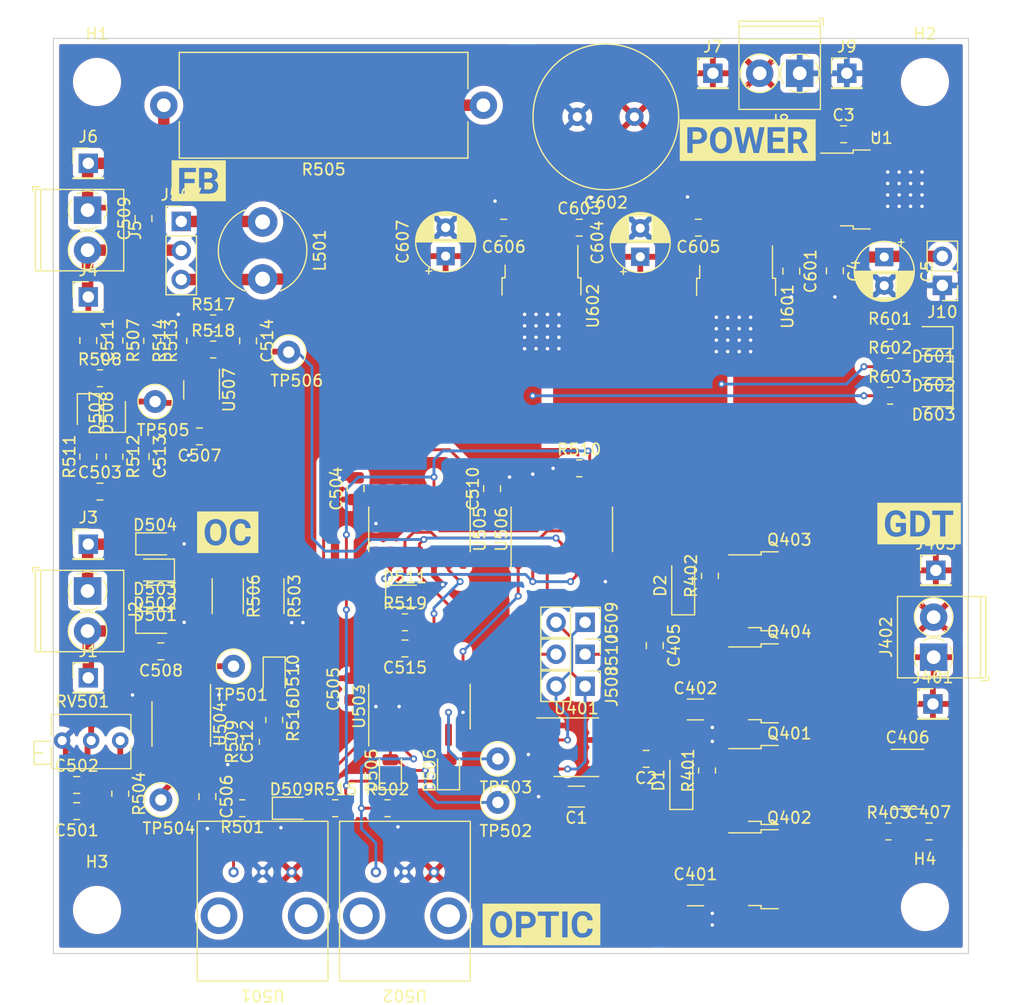
<source format=kicad_pcb>
(kicad_pcb (version 20211014) (generator pcbnew)
  (title_block (title "DRSSTC controller") (date "2023-03-07") (rev "0.2") (company "Politehnika"))
  (layers (0 "F.Cu" signal) (31 "B.Cu" signal) (34 "B.Paste" user) (35 "F.Paste" user) (36 "B.SilkS" user "B.Silkscreen") (37 "F.SilkS" user "F.Silkscreen") (38 "B.Mask" user) (39 "F.Mask" user) (44 "Edge.Cuts" user))
  (net 0 "")
  (net 1 "+9V")
  (net 2 "GND")
  (net 3 "/GDT_primary/TopSide_PGate")
  (net 4 "/GDT_primary/TopSide_NGate")
  (net 5 "VCC")
  (net 6 "+12V")
  (net 7 "/GDT_primary/BottomSide_PGate")
  (net 8 "Net-(C406-Pad1)")
  (net 9 "/GDT_primary/BottomSide_NGate")
  (net 10 "Net-(C407-Pad1)")
  (net 11 "+5V")
  (net 12 "Net-(C502-Pad2)")
  (net 13 "Net-(C508-Pad1)")
  (net 14 "Net-(C509-Pad1)")
  (net 15 "Net-(C509-Pad2)")
  (net 16 "Net-(C511-Pad2)")
  (net 17 "LED_overcurrent")
  (net 18 "Net-(C513-Pad1)")
  (net 19 "Net-(C514-Pad1)")
  (net 20 "Net-(C514-Pad2)")
  (net 21 "Net-(C515-Pad1)")
  (net 22 "Net-(D501-Pad2)")
  (net 23 "Net-(D503-Pad2)")
  (net 24 "LED_inteep")
  (net 25 "Net-(D505-Pad2)")
  (net 26 "Net-(D506-Pad2)")
  (net 27 "Net-(D507-Pad2)")
  (net 28 "Net-(D511-Pad1)")
  (net 29 "/GDT_primary/GDT_terminal_B")
  (net 30 "Net-(J507-Pad1)")
  (net 31 "Net-(J507-Pad3)")
  (net 32 "GDT_INB")
  (net 33 "GDT_INA")
  (net 34 "Net-(J510-Pad1)")
  (net 35 "Net-(J510-Pad2)")
  (net 36 "Net-(R501-Pad2)")
  (net 37 "Net-(R502-Pad1)")
  (net 38 "Net-(R504-Pad1)")
  (net 39 "Net-(R513-Pad2)")
  (net 40 "Net-(U503-Pad4)")
  (net 41 "Net-(U503-Pad8)")
  (net 42 "Net-(U503-Pad10)")
  (net 44 "Net-(U504-Pad5)")
  (net 45 "Net-(U505-Pad5)")
  (net 48 "Net-(U505-Pad9)")
  (net 50 "Net-(D509-Pad2)")
  (net 51 "Net-(D510-Pad2)")
  (net 52 "/Power_regulation/Vcc_LED")
  (net 53 "/Power_regulation/9V_LED")
  (net 54 "/Power_regulation/5V_LED")
  (net 55 "/GDT_primary/GDT_terminal_A")
  (footprint "OptoDevice:PLT135" (layer "F.Cu") (at 76.962 155.194 180)
    (fp_text reference "U502")
    (fp_text value "Optical_reciver")
  )
  (footprint "Resistor_SMD:R_0805_2012Metric" (layer "F.Cu") (at 49.276 118.8635 90)
    (fp_text reference "R511")
    (fp_text value "1k")
  )
  (footprint "Package_TO_SOT_SMD:TO-252-2" (layer "F.Cu") (at 110.573 147.573)
    (fp_text reference "Q401")
    (fp_text value "Q_PMOS_GDS")
  )
  (footprint "Diode_SMD:D_0805_2012Metric" (layer "F.Cu") (at 55.118 128.778 180)
    (fp_text reference "D503")
    (fp_text value "MBR0530")
  )
  (footprint "Capacitor_SMD:C_0805_2012Metric" (layer "F.Cu") (at 48.26 149.86 180)
    (fp_text reference "C501")
    (fp_text value "100n")
  )
  (footprint "TerminalBlock_Phoenix:TerminalBlock_Phoenix_PT-1,5-2-3.5-H_1x02_P3.50mm_Horizontal" (layer "F.Cu") (at 49.214 130.612 -90)
    (fp_text reference "J2")
    (fp_text value "Screw_Terminal_01x02")
  )
  (footprint "kibuzzard-64072E6F" (layer "F.Cu") (at 106.934 91.186)
    (fp_text reference "kibuzzard-64072E6F" hide)
    (fp_text value "G***" hide)
  )
  (footprint "Connector_PinHeader_2.54mm:PinHeader_1x02_P2.54mm_Vertical" (layer "F.Cu") (at 123.952 103.891 180)
    (fp_text reference "J10")
    (fp_text value "Conn_01x02_Male")
  )
  (footprint "MountingHole:MountingHole_3.2mm_M3" (layer "F.Cu") (at 122.428 86.106)
    (fp_text reference "H2")
    (fp_text value "MountingHole")
  )
  (footprint "Connector_PinHeader_2.54mm:PinHeader_1x02_P2.54mm_Vertical" (layer "F.Cu") (at 92.715 133.35 -90)
    (fp_text reference "J509")
    (fp_text value "Conn_01x02_Male")
  )
  (footprint "Diode_SMD:D_0805_2012Metric" (layer "F.Cu") (at 55.118 133.35)
    (fp_text reference "D502")
    (fp_text value "MBR0530")
  )
  (footprint "Capacitor_SMD:C_1206_3216Metric" (layer "F.Cu") (at 91.948 148.59 180)
    (fp_text reference "C1")
    (fp_text value "4.7u")
  )
  (footprint "Package_SO:SO-8_3.9x4.9mm_P1.27mm" (layer "F.Cu") (at 57.404 142.24 -90)
    (fp_text reference "U504")
    (fp_text value "LM311")
  )
  (footprint "Capacitor_THT:CP_Radial_D5.0mm_P2.50mm" (layer "F.Cu") (at 118.872 101.410888 -90)
    (fp_text reference "C5")
    (fp_text value "470u")
  )
  (footprint "Resistor_SMD:R_0805_2012Metric" (layer "F.Cu") (at 92.202 119.888)
    (fp_text reference "R510")
    (fp_text value "1k")
  )
  (footprint "Resistor_SMD:R_0805_2012Metric" (layer "F.Cu") (at 103.632 129.286 90)
    (fp_text reference "R402")
    (fp_text value "1k")
  )
  (footprint "Capacitor_SMD:C_0805_2012Metric" (layer "F.Cu") (at 72.39 139.192 90)
    (fp_text reference "C505")
    (fp_text value "100n")
  )
  (footprint "LED_SMD:LED_0805_2012Metric" (layer "F.Cu") (at 65.532 138.0725 -90)
    (fp_text reference "D510")
    (fp_text value "LED")
  )
  (footprint "Resistor_SMD:R_0805_2012Metric" (layer "F.Cu") (at 119.38 108.458)
    (fp_text reference "R601")
    (fp_text value "470")
  )
  (footprint "Resistor_SMD:R_0805_2012Metric" (layer "F.Cu") (at 76.962 133.35)
    (fp_text reference "R519")
    (fp_text value "470")
  )
  (footprint "Resistor_SMD:R_0805_2012Metric" (layer "F.Cu") (at 51.562 108.712 -90)
    (fp_text reference "R507")
    (fp_text value "100k")
  )
  (footprint "Capacitor_SMD:C_0805_2012Metric" (layer "F.Cu") (at 98.806 135.382 -90)
    (fp_text reference "C405")
    (fp_text value "1u")
  )
  (footprint "Connector_PinHeader_2.54mm:PinHeader_1x03_P2.54mm_Vertical" (layer "F.Cu") (at 57.404 98.298)
    (fp_text reference "J507")
    (fp_text value "Conn_01x03_Male")
  )
  (footprint "Capacitor_SMD:C_0805_2012Metric" (layer "F.Cu") (at 58.994 117.094 180)
    (fp_text reference "C507")
    (fp_text value "100n")
  )
  (footprint "Resistor_SMD:R_0805_2012Metric" (layer "F.Cu") (at 119.38 110.998)
    (fp_text reference "R602")
    (fp_text value "470")
  )
  (footprint "Diode_SMD:D_0805_2012Metric" (layer "F.Cu") (at 55.118 126.492)
    (fp_text reference "D504")
    (fp_text value "MBR0530")
  )
  (footprint "Package_TO_SOT_SMD:SOT-23-5" (layer "F.Cu") (at 59.182 113.03 -90)
    (fp_text reference "U507")
    (fp_text value "TLV7031DBV")
  )
  (footprint "Resistor_SMD:R_0805_2012Metric" (layer "F.Cu") (at 57.15 108.7365 90)
    (fp_text reference "R514")
    (fp_text value "470")
  )
  (footprint "MountingHole:MountingHole_3.2mm_M3" (layer "F.Cu") (at 50.038 86.106)
    (fp_text reference "H1")
    (fp_text value "MountingHole")
  )
  (footprint "kibuzzard-64072E65" (layer "F.Cu") (at 121.92 124.714)
    (fp_text reference "kibuzzard-64072E65" hide)
    (fp_text value "G***" hide)
  )
  (footprint "Package_TO_SOT_SMD:TO-252-2" (layer "F.Cu") (at 88.901 105.699 -90)
    (fp_text reference "U602")
    (fp_text value "L7805")
  )
  (footprint "Capacitor_SMD:C_0805_2012Metric" (layer "F.Cu") (at 122.794 151.638)
    (fp_text reference "C407")
    (fp_text value "1u")
  )
  (footprint "Connector_PinHeader_2.54mm:PinHeader_1x01_P2.54mm_Vertical" (layer "F.Cu") (at 123.382 128.806009)
    (fp_text reference "J403")
    (fp_text value "Conn_01x01_Female")
  )
  (footprint "kibuzzard-64072E85" (layer "F.Cu") (at 58.928 94.742)
    (fp_text reference "kibuzzard-64072E85" hide)
    (fp_text value "G***" hide)
  )
  (footprint "Resistor_SMD:R_0805_2012Metric" (layer "F.Cu") (at 51.562 118.8635 -90)
    (fp_text reference "R512")
    (fp_text value "470")
  )
  (footprint "Capacitor_SMD:C_0805_2012Metric" (layer "F.Cu") (at 48.26 147.574)
    (fp_text reference "C502")
    (fp_text value "100n")
  )
  (footprint "Capacitor_SMD:C_1206_3216Metric" (layer "F.Cu") (at 102.362 157.226)
    (fp_text reference "C401")
    (fp_text value "4.7u")
  )
  (footprint "Connector_PinHeader_2.54mm:PinHeader_1x01_P2.54mm_Vertical" (layer "F.Cu") (at 49.276 104.902)
    (fp_text reference "J4")
    (fp_text value "Conn_01x01_Female")
  )
  (footprint "Capacitor_THT:C_Radial_D12.5mm_H25.0mm_P5.00mm" (layer "F.Cu") (at 97.028 89.154 180)
    (fp_text reference "C602")
    (fp_text value "470u")
  )
  (footprint "Resistor_SMD:R_0805_2012Metric" (layer "F.Cu") (at 103.378 146.304 90)
    (fp_text reference "R401")
    (fp_text value "1k")
  )
  (footprint "Diode_SMD:D_0805_2012Metric" (layer "F.Cu") (at 49.276 115.0535 -90)
    (fp_text reference "D508")
    (fp_text value "MBR0530")
  )
  (footprint "Package_TO_SOT_SMD:TO-252-2" (layer "F.Cu") (at 105.918 105.734 -90)
    (fp_text reference "U601")
    (fp_text value "L7809")
  )
  (footprint "Diode_SMD:D_MiniMELF" (layer "F.Cu") (at 101.292 130.148 90)
    (fp_text reference "D2")
    (fp_text value "LL4148")
  )
  (footprint "Connector_PinHeader_2.54mm:PinHeader_1x01_P2.54mm_Vertical" (layer "F.Cu") (at 49.276 126.52)
    (fp_text reference "J3")
    (fp_text value "Conn_01x01_Female")
  )
  (footprint "Capacitor_SMD:C_0805_2012Metric" (layer "F.Cu") (at 114.554 102.616 -90)
    (fp_text reference "C4")
    (fp_text value "100n")
  )
  (footprint "Capacitor_SMD:C_0805_2012Metric" (layer "F.Cu") (at 84.582 121.666 90)
    (fp_text reference "C510")
    (fp_text value "100n")
  )
  (footprint "Resistor_SMD:R_0805_2012Metric" (layer "F.Cu") (at 63.5 143.792 90)
    (fp_text reference "R509")
    (fp_text value "1k")
  )
  (footprint "kibuzzard-64072EC9" (layer "F.Cu") (at 88.9 159.766)
    (fp_text reference "kibuzzard-64072EC9" hide)
    (fp_text value "G***" hide)
  )
  (footprint "TerminalBlock_Phoenix:TerminalBlock_Phoenix_PT-1,5-2-3.5-H_1x02_P3.50mm_Horizontal" (layer "F.Cu") (at 49.214 97.31 -90)
    (fp_text reference "J5")
    (fp_text value "Screw_Terminal_01x02")
  )
  (footprint "Capacitor_SMD:C_0805_2012Metric" (layer "F.Cu") (at 115.316 90.678)
    (fp_text reference "C3")
    (fp_text value "100n")
  )
  (footprint "kibuzzard-64072E9F" (layer "F.Cu") (at 61.468 125.476)
    (fp_text reference "kibuzzard-64072E9F" hide)
    (fp_text value "G***" hide)
  )
  (footprint "TerminalBlock_Phoenix:TerminalBlock_Phoenix_PT-1,5-2-3.5-H_1x02_P3.50mm_Horizontal" (layer "F.Cu") (at 111.478 85.345 180)
    (fp_text reference "J8")
    (fp_text value "Screw_Terminal_01x02")
  )
  (footprint "Resistor_SMD:R_0805_2012Metric" (layer "F.Cu") (at 62.738 149.606 180)
    (fp_text reference "R501")
    (fp_text value "1k")
  )
  (footprint "Resistor_SMD:R_0805_2012Metric" (layer "F.Cu") (at 60.198 109.4985)
    (fp_text reference "R518")
    (fp_text value "100k")
  )
  (footprint "Connector_PinHeader_2.54mm:PinHeader_1x01_P2.54mm_Vertical" (layer "F.Cu") (at 49.276 138.204)
    (fp_text reference "J1")
    (fp_text value "Conn_01x01_Female")
  )
  (footprint "Capacitor_THT:CP_Radial_D5.0mm_P2.50mm" (layer "F.Cu") (at 80.519 101.330344 90)
    (fp_text reference "C607")
    (fp_text value "470u")
  )
  (footprint "Capacitor_SMD:C_0805_2012Metric" (layer "F.Cu") (at 92.203 98.841)
    (fp_text reference "C603")
    (fp_text value "100n")
  )
  (footprint "Diode_SMD:D_MiniMELF" (layer "F.Cu") (at 101.13 147.166 90)
    (fp_text reference "D1")
    (fp_text value "LL4148")
  )
  (footprint "TestPoint:TestPoint_Loop_D2.50mm_Drill1.0mm" (layer "F.Cu") (at 55.118 114.046)
    (fp_text reference "TP505")
    (fp_text value "TestPoint")
  )
  (footprint "Connector_PinHeader_2.54mm:PinHeader_1x01_P2.54mm_Vertical" (layer "F.Cu") (at 123.128 140.490009)
    (fp_text reference "J401")
    (fp_text value "Conn_01x01_Female")
  )
  (footprint "OptoDevice:PLT135" (layer "F.Cu") (at 64.516 155.194 180)
    (fp_text reference "U501")
    (fp_text value "Optical_reciver")
  )
  (footprint "Capacitor_SMD:C_0805_2012Metric" (layer "F.Cu") (at 59.69 148.59 -90)
    (fp_text reference "C506")
    (fp_text value "100n")
  )
  (footprint "Resistor_SMD:R_0805_2012Metric" (layer "F.Cu") (at 50.292 112.014)
    (fp_text reference "R508")
    (fp_text value "1k")
  )
  (footprint "Capacitor_SMD:C_1206_3216Metric" (layer "F.Cu") (at 102.362 140.97)
    (fp_text reference "C402")
    (fp_text value "4.7u")
  )
  (footprint "Package_TO_SOT_SMD:TO-252-2" (layer "F.Cu") (at 110.573 130.635)
    (fp_text reference "Q403")
    (fp_text value "Q_PMOS_GDS")
  )
  (footprint "Connector_PinHeader_2.54mm:PinHeader_1x01_P2.54mm_Vertical" (layer "F.Cu") (at 115.598 85.344)
    (fp_text reference "J9")
    (fp_text value "Conn_01x01_Female")
  )
  (footprint "Resistor_SMD:R_0805_2012Metric" (layer "F.Cu") (at 119.238 151.638)
    (fp_text reference "R403")
    (fp_text value "15")
  )
  (footprint "Potentiometer_THT:Potentiometer_Bourns_3266Z_Horizontal" (layer "F.Cu") (at 52.068 143.689)
    (fp_text reference "RV501")
    (fp_text value "10k")
  )
  (footprint "Connector_PinHeader_2.54mm:PinHeader_1x01_P2.54mm_Vertical" (layer "F.Cu") (at 49.276 93.218)
    (fp_text reference "J6")
    (fp_text value "Conn_01x01_Female")
  )
  (footprint "Resistor_SMD:R_2010_5025Metric" (layer "F.Cu") (at 61.468 131.064 -90)
    (fp_text reference "R506")
    (fp_text value "5.1")
  )
  (footprint "Resistor_SMD:R_0805_2012Metric" (layer "F.Cu") (at 65.532 141.8825 -90)
    (fp_text reference "R516")
    (fp_text value "470")
  )
  (footprint "LED_SMD:LED_0805_2012Metric" (layer "F.Cu") (at 123.19 110.998 180)
    (fp_text reference "D602")
    (fp_text value "LED")
  )
  (footprint "Capacitor_SMD:C_0805_2012Metric" (layer "F.Cu") (at 63.246 108.7365 -90)
    (fp_text reference "C514")
    (fp_text value "1n")
  )
  (footprint "TestPoint:TestPoint_Loop_D2.50mm_Drill1.0mm" (layer "F.Cu") (at 55.626 148.872)
    (fp_text reference "TP504")
    (fp_text value "TestPoint")
  )
  (footprint "Capacitor_SMD:C_0805_2012Metric" (layer "F.Cu") (at 76.962 135.636 180)
    (fp_text reference "C515")
    (fp_text value "10n")
  )
  (footprint "Package_SO:SO-14_3.9x8.65mm_P1.27mm" (layer "F.Cu") (at 78.232 140.716 90)
    (fp_text reference "U503")
    (fp_text value "74HC14")
  )
  (footprint "Resistor_SMD:R_0805_2012Metric" (layer "F.Cu") (at 52.07 148.336 -90)
    (fp_text reference "R504")
    (fp_text value "1k")
  )
  (footprint "Resistor_SMD:R_0805_2012Metric" (layer "F.Cu") (at 119.38 113.538)
    (fp_text reference "R603")
    (fp_text value "470")
  )
  (footprint "LED_SMD:LED_0805_2012Metric" (layer "F.Cu") (at 123.19 108.458 180)
    (fp_text reference "D601")
    (fp_text value "LED")
  )
  (footprint "Package_TO_SOT_SMD:TO-252-2" (layer "F.Cu") (at 110.573 138.685)
    (fp_text reference "Q404")
    (fp_text value "Q_NMOS_GDS")
  )
  (footprint "Capacitor_SMD:C_0805_2012Metric" (layer "F.Cu") (at 50.292 121.92)
    (fp_text reference "C503")
    (fp_text value "100n")
  )
  (footprint "Resistor_SMD:R_0805_2012Metric" (layer "F.Cu") (at 60.198 107.2125)
    (fp_text reference "R517")
    (fp_text value "470")
  )
  (footprint "LED_SMD:LED_0805_2012Metric" (layer "F.Cu") (at 67.056 149.606)
    (fp_text reference "D509")
    (fp_text value "LED")
  )
  (footprint "Diode_SMD:D_0805_2012Metric" (layer "F.Cu") (at 51.562 115.0535 90)
    (fp_text reference "D507")
    (fp_text value "MBR0530")
  )
  (footprint "Diode_SMD:D_0805_2012Metric" (layer "F.Cu") (at 75.692 146.304 90)
    (fp_text reference "D505")
    (fp_text value "LL4148")
  )
  (footprint "Capacitor_THT:CP_Radial_D5.0mm_P2.50mm" (layer "F.Cu") (at 97.537 101.390565 90)
    (fp_text reference "C604")
    (fp_text value "470u")
  )
  (footprint "Capacitor_SMD:C_0805_2012Metric" (layer "F.Cu") (at 72.644 121.666 90)
    (fp_text reference "C504")
    (fp_text value "100n")
  )
  (footprint "Capacitor_SMD:C_0805_2012Metric" (layer "F.Cu") (at 98.044 145.288 180)
    (fp_text reference "C2")
    (fp_text value "1u")
  )
  (footprint "Package_TO_SOT_SMD:TO-252-2" (layer "F.Cu") (at 110.573 154.939)
    (fp_text reference "Q402")
    (fp_text value "Q_NMOS_GDS")
  )
  (footprint "TerminalBlock_Phoenix:TerminalBlock_Phoenix_PT-1,5-2-3.5-H_1x02_P3.50mm_Horizontal" (layer "F.Cu") (at 123.19 136.398009 90)
    (fp_text reference "J402")
    (fp_text value "Screw_Terminal_01x02")
  )
  (footprint "Resistor_SMD:R_0805_2012Metric" (layer "F.Cu") (at 75.438 149.606)
    (fp_text reference "R502")
    (fp_text value "1k")
  )
  (footprint "Package_SO:SO-14_3.9x8.65mm_P1.27mm" (layer "F.Cu") (at 78.232 125.222 -90)
    (fp_text reference "U505")
    (fp_text value "74HC74")
  )
  (footprint "Connector_PinHeader_2.54mm:PinHeader_1x02_P2.54mm_Vertical" (layer "F.Cu") (at 92.715 136.144 -90)
    (fp_text reference "J510")
    (fp_text value "Conn_01x02_Male")
  )
  (footprint "Diode_SMD:D_0805_2012Metric" (layer "F.Cu") (at 76.962 131.064)
    (fp_text reference "D511")
    (fp_text value "LL4148")
  )
  (footprint "Capacitor_SMD:C_0805_2012Metric" (layer "F.Cu") (at 53.848 118.8635 -90)
    (fp_text reference "C513")
    (fp_text value "1u")
  )
  (footprint "TestPoint:TestPoint_Loop_D2.50mm_Drill1.0mm" (layer "F.Cu") (at 61.976 137.188)
    (fp_text reference "TP501")
    (fp_text value "TestPoint")
  )
  (footprint "TestPoint:TestPoint_Loop_D2.50mm_Drill1.0mm" (layer "F.Cu") (at 66.802 109.728)
    (fp_text reference "TP506")
    (fp_text value "TestPoint")
  )
  (footprint "Capacitor_SMD:C_0805_2012Metric" (layer "F.Cu") (at 61.468 143.792 -90)
    (fp_text reference "C512")
    (fp_text value "10n")
  )
  (footprint "Connector_PinHeader_2.54mm:PinHeader_1x02_P2.54mm_Vertical" (layer "F.Cu") (at 92.715 138.938 -90)
    (fp_text reference "J508")
    (fp_text value "Conn_01x02_Male")
  )
  (footprint "Resistor_SMD:R_2010_5025Metric" (layer "F.Cu") (at 65.024 131.064 -90)
    (fp_text reference "R503")
    (fp_text value "5.1")
  )
  (footprint "Inductor_THT:L_Radial_D7.5mm_P5.00mm_Fastron_07P" (layer "F.Cu") (at 64.516 98.338 -90)
    (fp_text reference "L501")
    (fp_text value "L_Trim")
  )
  (footprint "Connector_PinHeader_2.54mm:PinHeader_1x01_P2.54mm_Vertical" (layer "F.Cu") (at 103.886 85.344)
    (fp_text reference "J7")
    (fp_text value "Conn_01x01_Female")
  )
  (footprint "Resistor_SMD:R_0805_2012Metric" (layer "F.Cu") (at 70.866 149.606)
    (fp_text reference "R515")
    (fp_text value "470")
  )
  (footprint "Capacitor_SMD:C_0805_2012Metric" (layer "F.Cu") (at 110.745 102.651 -90)
    (fp_text reference "C601")
    (fp_text value "100n")
  )
  (footprint "MountingHole:MountingHole_3.2mm_M3" (layer "F.Cu") (at 50.038 158.496)
    (fp_text reference "H3")
    (fp_text value "MountingHole")
  )
  (footprint "Package_SO:SO-14_3.9x8.65mm_P1.27mm" (layer "F.Cu") (at 90.678 125.222 90)
    (fp_text reference "U506")
    (fp_text value "74LS00")
  )
  (footprint "Capacitor_SMD:C_0805_2012Metric" (layer "F.Cu") (at 54.102 98.044 90)
    (fp_text reference "C509")
    (fp_text value "150p")
  )
  (footprint "TestPoint:TestPoint_Loop_D2.50mm_Drill1.0mm" (layer "F.Cu") (at 85.09 149.098)
    (fp_text reference "TP502")
    (fp_text value "TestPoint")
  )
  (footprint "Diode_SMD:D_0805_2012Metric" (layer "F.Cu") (at 80.772 146.304 90)
    (fp_text reference "D506")
    (fp_text value "LL4148")
  )
  (footprint "TestPoint:TestPoint_Loop_D2.50mm_Drill1.0mm" (layer "F.Cu") (at 85.09 145.288)
    (fp_text reference "TP503")
    (fp_text value "TestPoint")
  )
  (footprint "Diode_SMD:D_0805_2012Metric" (layer "F.Cu") (at 55.118 131.064 180)
    (fp_text reference "D501")
    (fp_text value "MBR0530")
  )
  (footprint "Package_SO:SOIC-8_3.9x4.9mm_P1.27mm" (layer "F.Cu") (at 91.948 144.272)
    (fp_text reference "U401")
    (fp_text value "UCC27524")
  )
  (footprint "Resistor_THT:R_Axial_Power_L25.0mm_W9.0mm_P27.94mm" (layer "F.Cu") (at 83.82 88.138 180)
    (fp_text reference "R505")
    (fp_text value "51")
  )
  (footprint "Capacitor_SMD:C_0805_2012Metric" (layer "F.Cu") (at 85.599 98.841 180)
    (fp_text reference "C606")
    (fp_text value "100n")
  )
  (footprint "Capacitor_SMD:C_0805_2012Metric" (layer "F.Cu") (at 55.626 135.89 180)
    (fp_text reference "C508")
    (fp_text value "150p")
  )
  (footprint "Capacitor_SMD:C_0805_2012Metric" (layer "F.Cu") (at 102.617 98.841 180)
    (fp_text reference "C605")
    (fp_text value "100n")
  )
  (footprint "Capacitor_SMD:C_0805_2012Metric" (layer "F.Cu") (at 49.276 108.712 -90)
    (fp_text reference "C511")
    (fp_text value "100n")
  )
  (footprint "Capacitor_SMD:C_2220_5650Metric" (layer "F.Cu") (at 120.914 147.066)
    (fp_text reference "C406")
    (fp_text value "2.2u")
  )
  (footprint "MountingHole:MountingHole_3.2mm_M3" (layer "F.Cu") (at 122.428 158.242)
    (fp_text reference "H4")
    (fp_text value "MountingHole")
  )
  (footprint "Resistor_SMD:R_0805_2012Metric" (layer "F.Cu") (at 54.864 108.7365 -90)
    (fp_text reference "R513")
    (fp_text value "1k")
  )
  (footprint "LED_SMD:LED_0805_2012Metric" (layer "F.Cu") (at 123.19 113.538 180)
    (fp_text reference "D603")
    (fp_text value "LED")
  )
  (footprint "Package_TO_SOT_SMD:TO-252-2" (layer "F.Cu") (at 118.618 95.504)
    (fp_text reference "U1")
    (fp_text value "L7812")
  )
  (gr_rect (start 46.228 82.296) (end 126.238 162.306) (layer "Edge.Cuts") (width 0.1) (fill none))
  (segment (start 118.4675 110.998) (end 117.094 110.998) (width 0.254) (layer "F.Cu") (net 1))
  (via (at 104.648 112.522) (size 0.61) (drill 0.305) (layers "F.Cu" "B.Cu") (net 1))
  (via (at 117.094 110.998) (size 0.61) (drill 0.305) (layers "F.Cu" "B.Cu") (net 1))
  (segment (start 115.57 112.522) (end 104.648 112.522) (width 0.254) (layer "B.Cu") (net 1))
  (segment (start 117.094 110.998) (end 115.57 112.522) (width 0.254) (layer "B.Cu") (net 1))
  (segment (start 80.264 130.048) (end 79.502 129.286) (width 0.508) (layer "F.Cu") (net 2))
  (segment (start 55.499 139.665) (end 53.178569 139.665) (width 0.508) (layer "F.Cu") (net 2))
  (segment (start 54.676 135.89) (end 54.676 137.48) (width 0.508) (layer "F.Cu") (net 2))
  (segment (start 75.692 139.954) (end 76.454 140.716) (width 0.508) (layer "F.Cu") (net 2))
  (segment (start 82.042 143.191) (end 82.042 141.224) (width 0.508) (layer "F.Cu") (net 2))
  (segment (start 110.745 103.601) (end 110.745 104.901) (width 0.254) (layer "F.Cu") (net 2))
  (segment (start 84.582 120.716) (end 86.04 120.716) (width 0.508) (layer "F.Cu") (net 2))
  (segment (start 53.140371 139.684371) (end 53.121 139.665) (width 0.508) (layer "F.Cu") (net 2))
  (segment (start 47.31 147.574) (end 47.31 144.011) (width 0.508) (layer "F.Cu") (net 2))
  (segment (start 65.024 133.3765) (end 67.056 133.3765) (width 0.508) (layer "F.Cu") (net 2))
  (segment (start 53.178569 139.665) (end 53.140371 139.703198) (width 0.508) (layer "F.Cu") (net 2))
  (segment (start 71.235751 120.715999) (end 71.186 120.716) (width 0.508) (layer "F.Cu") (net 2))
  (segment (start 75.692 138.241) (end 75.692 135.956) (width 0.508) (layer "F.Cu") (net 2))
  (segment (start 90.473 148.59) (end 88.646 148.59) (width 0.508) (layer "F.Cu") (net 2))
  (segment (start 47.31 149.86) (end 47.31 147.574) (width 0.508) (layer "F.Cu") (net 2))
  (segment (start 67.056 133.3765) (end 68.0455 133.3765) (width 0.508) (layer "F.Cu") (net 2))
  (segment (start 72.964 140.716) (end 74.422 140.716) (width 0.508) (layer "F.Cu") (net 2))
  (segment (start 89.473 144.907) (end 87.757 144.907) (width 0.508) (layer "F.Cu") (net 2))
  (segment (start 106.368 140.97) (end 106.373 140.965) (width 0.508) (layer "F.Cu") (net 2))
  (segment (start 53.140371 139.703198) (end 53.140371 139.684371) (width 0.508) (layer "F.Cu") (net 2))
  (segment (start 61.468 144.742) (end 61.468 145.796) (width 0.254) (layer "F.Cu") (net 2))
  (segment (start 56.0555 133.35) (end 57.658 133.35) (width 0.508) (layer "F.Cu") (net 2))
  (segment (start 67.539 137.135) (end 67.564 137.16) (width 0.508) (layer "F.Cu") (net 2))
  (segment (start 76.3505 151.2335) (end 76.3505 149.606) (width 0.508) (layer "F.Cu") (net 2))
  (segment (start 93.153 96.331) (end 93.218 96.266) (width 0.508) (layer "F.Cu") (net 2))
  (segment (start 58.044 116.454) (end 58.044 118.75) (width 0.508) (layer "F.Cu") (net 2))
  (segment (start 55.499 138.303) (end 55.499 139.665) (width 0.508) (layer "F.Cu") (net 2))
  (segment (start 51.562 119.776) (end 53.8105 119.776) (width 0.508) (layer "F.Cu") (net 2))
  (segment (start 103.837 157.226) (end 103.837 158.799) (width 0.508) (layer "F.Cu") (net 2))
  (segment (start 114.554 103.566) (end 114.554 104.902) (width 0.254) (layer "F.Cu") (net 2))
  (segment (start 91.2895 119.888) (end 89.916 119.888) (width 0.508) (layer "F.Cu") (net 2))
  (segment (start 103.837 142.543) (end 103.837 143.764) (width 0.508) (layer "F.Cu") (net 2))
  (segment (start 123.952 108.2825) (end 123.952 103.891) (width 0.254) (layer "F.Cu") (net 2))
  (segment (start 65.532 137.135) (end 67.539 137.135) (width 0.508) (layer "F.Cu") (net 2))
  (segment (start 59.182 115.316) (end 58.044 116.454) (width 0.508) (layer "F.Cu") (net 2))
  (segment (start 110.745 104.901) (end 110.744 104.902) (width 0.254) (layer "F.Cu") (net 2))
  (segment (start 124.1275 113.538) (end 124.1275 108.458) (width 0.254) (layer "F.Cu") (net 2))
  (segment (start 84.649 96.707) (end 84.836 96.52) (width 0.508) (layer "F.Cu") (net 2))
  (segment (start 88.138 122.747) (end 88.138 120.396) (width 0.508) (layer "F.Cu") (net 2))
  (segment (start 101.667 98.841) (end 101.672222 96.153653) (width 0.508) (layer "F.Cu") (net 2))
  (segment (start 124.1275 108.458) (end 123.952 108.2825) (width 0.254) (layer "F.Cu") (net 2))
  (segment (start 103.837 158.799) (end 103.837 159.815) (width 0.508) (layer "F.Cu") (net 2))
  (segment (start 103.837 140.97) (end 103.837 142.543) (width 0.508) (layer "F.Cu") (net 2))
  (segment (start 86.04 120.716) (end 86.106 120.65) (width 0.508) (layer "F.Cu") (net 2))
  (segment (start 56.0555 126.492) (end 57.658 126.492) (width 0.508) (layer "F.Cu") (net 2))
  (segment (start 88.138 122.747) (end 89.408 122.747) (width 0.508) (layer "F.Cu") (net 2))
  (segment (start 75.692 135.956) (end 76.012 135.636) (width 0.508) (layer "F.Cu") (net 2))
  (segment (start 59.309 139.665) (end 60.671 139.665) (width 0.254) (layer "F.Cu") (net 2))
  (segment (start 79.502 129.286) (end 79.502 127.697) (width 0.508) (layer "F.Cu") (net 2))
  (segment (start 59.182 111.8925) (end 59.182 115.316) (width 0.508) (layer "F.Cu") (net 2))
  (segment (start 106.373 157.219) (end 103.844 157.219) (width 0.508) (layer "F.Cu") (net 2))
  (segment (start 61.468 133.3765) (end 65.024 133.3765) (width 1) (layer "F.Cu") (net 2))
  (segment (start 57.15 107.824) (end 57.15 106.426) (width 0.508) (layer "F.Cu") (net 2))
  (segment (start 103.844 157.219) (end 103.837 157.226) (width 0.508) (layer "F.Cu") (net 2))
  (segment (start 59.69 149.54) (end 59.69 151.384) (width 0.508) (layer "F.Cu") (net 2))
  (segment (start 101.672222 96.153653) (end 101.667 96.333) (width 0.508) (layer "F.Cu") (net 2))
  (segment (start 47.31 144.011) (end 46.988 143.689) (width 0.508) (layer "F.Cu") (net 2))
  (segment (start 75.692 138.241) (end 75.692 139.954) (width 0.508) (layer "F.Cu") (net 2))
  (segment (start 94.488 127.697) (end 94.488 129.794) (width 0.508) (layer "F.Cu") (net 2))
  (segment (start 66.1185 151.3055) (end 66.1185 149.606) (width 0.508) (layer "F.Cu") (net 2))
  (segment (start 72.644 120.716) (end 71.235751 120.715999) (width 0.508) (layer "F.Cu") (net 2))
  (segment (start 84.649 98.841) (end 84.649 96.707) (width 0.508) (layer "F.Cu") (net 2))
  (segment (start 54.676 137.48) (end 55.499 138.303) (width 0.508) (layer "F.Cu") (net 2))
  (segment (start 51.242 120.096) (end 51.562 119.776) (width 0.508) (layer "F.Cu") (net 2))
  (segment (start 60.671 139.665) (end 60.706 139.7) (width 0.254) (layer "F.Cu") (net 2))
  (segment (start 72.39 140.142) (end 72.964 140.716) (width 0.508) (layer "F.Cu") (net 2))
  (segment (start 72.456 140.208) (end 72.39 140.142) (width 0.508) (layer "F.Cu") (net 2))
  (segment (start 93.153 98.841) (end 93.153 96.331) (width 0.508) (layer "F.Cu") (net 2))
  (segment (start 103.837 140.97) (end 106.368 140.97) (width 0.508) (layer "F.Cu") (net 2))
  (segment (start 51.242 121.92) (end 51.242 120.096) (width 0.508) (layer "F.Cu") (net 2))
  (segment (start 74.422 122.747) (end 74.422 124.714) (width 0.508) (layer "F.Cu") (net 2))
  (segment (start 53.848 119.8135) (end 55.4465 119.8135) (width 0.508) (layer "F.Cu") (net 2))
  (segment (start 116.266 90.678) (end 118.11 90.678) (width 0.508) (layer "F.Cu") (net 2))
  (segment (start 53.8105 119.776) (end 53.848 119.8135) (width 0.508) (layer "F.Cu") (net 2))
  (via (at 89.916 119.888) (size 0.61) (drill 0.305) (layers "F.Cu" "B.Cu") (net 2))
  (via (at 53.140371 139.703198) (size 0.61) (drill 0.305) (layers "F.Cu" "B.Cu") (net 2))
  (via (at 121.174 93.98) (size 0.61) (drill 0.305) (layers "F.Cu" "B.Cu") (net 2))
  (via (at 94.488 129.794) (size 0.61) (drill 0.305) (layers "F.Cu" "B.Cu") (net 2))
  (via (at 74.422 140.716) (size 0.61) (drill 0.305) (layers "F.Cu" "B.Cu") (net 2))
  (via (at 67.056 133.3765) (size 0.61) (drill 0.305) (layers "F.Cu" "B.Cu") (net 2))
  (via (at 76.3505 151.2335) (size 0.61) (drill 0.305) (layers "F.Cu" "B.Cu") (net 2))
  (via (at 93.218 96.266) (size 0.61) (drill 0.305) (layers "F.Cu" "B.Cu") (net 2))
  (via (at 105.188 108.68) (size 0.61) (drill 0.305) (layers "F.Cu" "B.Cu") (net 2))
  (via (at 57.15 106.426) (size 0.61) (drill 0.305) (layers "F.Cu" "B.Cu") (net 2))
  (via (at 106.188 109.68) (size 0.61) (drill 0.305) (layers "F.Cu" "B.Cu") (net 2))
  (via (at 119.174 93.98) (size 0.61) (drill 0.305) (layers "F.Cu" "B.Cu") (net 2))
  (via (at 57.658 133.35) (size 0.61) (drill 0.305) (layers "F.Cu" "B.Cu") (net 2))
  (via (at 82.042 141.224) (size 0.61) (drill 0.305) (layers "F.Cu" "B.Cu") (net 2))
  (via (at 106.188 106.68) (size 0.61) (drill 0.305) (layers "F.Cu" "B.Cu") (net 2))
  (via (at 66.1185 151.3055) (size 0.61) (drill 0.305) (layers "F.Cu" "B.Cu") (net 2))
  (via (at 68.0455 133.3765) (size 0.61) (drill 0.305) (layers "F.Cu" "B.Cu") (net 2))
  (via (at 110.744 104.902) (size 0.61) (drill 0.305) (layers "F.Cu" "B.Cu") (net 2))
  (via (at 120.174 93.98) (size 0.61) (drill 0.305) (layers "F.Cu" "B.Cu") (net 2))
  (via (at 103.837 159.815) (size 0.61) (drill 0.305) (layers "F.Cu" "B.Cu") (net 2))
  (via (at 119.174 96.98) (size 0.61) (drill 0.305) (layers "F.Cu" "B.Cu") (net 2))
  (via (at 107.188 108.68) (size 0.61) (drill 0.305) (layers "F.Cu" "B.Cu") (net 2))
  (via (at 119.174 95.98) (size 0.61) (drill 0.305) (layers "F.Cu" "B.Cu") (net 2))
  (via (at 90.424 107.426) (size 0.61) (drill 0.305) (layers "F.Cu" "B.Cu") (net 2))
  (via (at 89.424 107.426) (size 0.61) (drill 0.305) (layers "F.Cu" "B.Cu") (net 2))
  (via (at 87.424 108.426) (size 0.61) (drill 0.305) (layers "F.Cu" "B.Cu") (net 2))
  (via (at 107.188 109.68) (size 0.61) (drill 0.305) (layers "F.Cu" "B.Cu") (net 2))
  (via (at 57.658 126.492) (size 0.61) (drill 0.305) (layers "F.Cu" "B.Cu") (net 2))
  (via (at 120.174 95.98) (size 0.61) (drill 0.305) (layers "F.Cu" "B.Cu") (net 2))
  (via (at 122.174 95.98) (size 0.61) (drill 0.305) (layers "F.Cu" "B.Cu") (net 2))
  (via (at 89.424 109.426) (size 0.61) (drill 0.305) (layers "F.Cu" "B.Cu") (net 2))
  (via (at 61.468 145.796) (size 0.61) (drill 0.305) (layers "F.Cu" "B.Cu") (net 2))
  (via (at 107.188 106.68) (size 0.61) (drill 0.305) (layers "F.Cu" "B.Cu") (net 2))
  (via (at 119.174 94.98) (size 0.61) (drill 0.305) (layers "F.Cu" "B.Cu") (net 2))
  (via (at 55.4465 119.8135) (size 0.61) (drill 0.305) (layers "F.Cu" "B.Cu") (net 2))
  (via (at 105.188 109.68) (size 0.61) (drill 0.305) (layers "F.Cu" "B.Cu") (net 2))
  (via (at 88.138 120.396) (size 0.61) (drill 0.305) (layers "F.Cu" "B.Cu") (net 2))
  (via (at 89.424 106.426) (size 0.61) (drill 0.305) (layers "F.Cu" "B.Cu") (net 2))
  (via (at 89.424 108.426) (size 0.61) (drill 0.305) (layers "F.Cu" "B.Cu") (net 2))
  (via (at 122.174 93.98) (size 0.61) (drill 0.305) (layers "F.Cu" "B.Cu") (net 2))
  (via (at 90.424 109.426) (size 0.61) (drill 0.305) (layers "F.Cu" "B.Cu") (net 2))
  (via (at 106.188 108.68) (size 0.61) (drill 0.305) (layers "F.Cu" "B.Cu") (net 2))
  (via (at 103.837 143.764) (size 0.61) (drill 0.305) (layers "F.Cu" "B.Cu") (net 2))
  (via (at 103.837 158.799) (size 0.61) (drill 0.305) (layers "F.Cu" "B.Cu") (net 2))
  (via (at 87.424 107.426) (size 0.61) (drill 0.305) (layers "F.Cu" "B.Cu") (net 2))
  (via (at 88.424 107.426) (size 0.61) (drill 0.305) (layers "F.Cu" "B.Cu") (net 2))
  (via (at 87.757 144.907) (size 0.61) (drill 0.305) (layers "F.Cu" "B.Cu") (net 2))
  (via (at 121.174 94.98) (size 0.61) (drill 0.305) (layers "F.Cu" "B.Cu") (net 2))
  (via (at 106.188 107.68) (size 0.61) (drill 0.305) (layers "F.Cu" "B.Cu") (net 2))
  (via (at 87.424 106.426) (size 0.61) (drill 0.305) (layers "F.Cu" "B.Cu") (net 2))
  (via (at 107.188 107.68) (size 0.61) (drill 0.305) (layers "F.Cu" "B.Cu") (net 2))
  (via (at 86.106 120.65) (size 0.61) (drill 0.305) (layers "F.Cu" "B.Cu") (net 2))
  (via (at 104.188 107.68) (size 0.61) (drill 0.305) (layers "F.Cu" "B.Cu") (net 2))
  (via (at 101.672222 96.153653) (size 0.61) (drill 0.305) (layers "F.Cu" "B.Cu") (net 2))
  (via (at 80.264 130.048) (size 0.61) (drill 0.305) (layers "F.Cu" "B.Cu") (net 2))
  (via (at 59.69 151.384) (size 0.61) (drill 0.305) (layers "F.Cu" "B.Cu") (net 2))
  (via (at 74.422 124.714) (size 0.61) (drill 0.305) (layers "F.Cu" "B.Cu") (net 2))
  (via (at 71.235751 120.715999) (size 0.61) (drill 0.305) (layers "F.Cu" "B.Cu") (net 2))
  (via (at 58.044 118.75) (size 0.61) (drill 0.305) (layers "F.Cu" "B.Cu") (net 2))
  (via (at 87.424 109.426) (size 0.61) (drill 0.305) (layers "F.Cu" "B.Cu") (net 2))
  (via (at 105.188 107.68) (size 0.61) (drill 0.305) (layers "F.Cu" "B.Cu") (net 2))
  (via (at 122.174 96.98) (size 0.61) (drill 0.305) (layers "F.Cu" "B.Cu") (net 2))
  (via (at 105.188 106.68) (size 0.61) (drill 0.305) (layers "F.Cu" "B.Cu") (net 2))
  (via (at 121.174 96.98) (size 0.61) (drill 0.305) (layers "F.Cu" "B.Cu") (net 2))
  (via (at 90.424 106.426) (size 0.61) (drill 0.305) (layers "F.Cu" "B.Cu") (net 2))
  (via (at 90.424 108.426) (size 0.61) (drill 0.305) (layers "F.Cu" "B.Cu") (net 2))
  (via (at 114.554 104.902) (size 0.61) (drill 0.305) (layers "F.Cu" "B.Cu") (net 2))
  (via (at 88.424 109.426) (size 0.61) (drill 0.305) (layers "F.Cu" "B.Cu") (net 2))
  (via (at 88.424 106.426) (size 0.61) (drill 0.305) (layers "F.Cu" "B.Cu") (net 2))
  (via (at 67.564 137.16) (size 0.61) (drill 0.305) (layers "F.Cu" "B.Cu") (net 2))
  (via (at 118.11 90.678) (size 0.61) (drill 0.305) (layers "F.Cu" "B.Cu") (net 2))
  (via (at 104.188 108.68) (size 0.61) (drill 0.305) (layers "F.Cu" "B.Cu") (net 2))
  (via (at 76.454 140.716) (size 0.61) (drill 0.305) (layers "F.Cu" "B.Cu") (net 2))
  (via (at 104.188 106.68) (size 0.61) (drill 0.305) (layers "F.Cu" "B.Cu") (net 2))
  (via (at 84.836 96.52) (size 0.61) (drill 0.305) (layers "F.Cu" "B.Cu") (net 2))
  (via (at 120.174 96.98) (size 0.61) (drill 0.305) (layers "F.Cu" "B.Cu") (net 2))
  (via (at 120.174 94.98) (size 0.61) (drill 0.305) (layers "F.Cu" "B.Cu") (net 2))
  (via (at 88.646 148.59) (size 0.61) (drill 0.305) (layers "F.Cu" "B.Cu") (net 2))
  (via (at 104.188 109.68) (size 0.61) (drill 0.305) (layers "F.Cu" "B.Cu") (net 2))
  (via (at 88.424 108.426) (size 0.61) (drill 0.305) (layers "F.Cu" "B.Cu") (net 2))
  (via (at 60.706 139.7) (size 0.61) (drill 0.305) (layers "F.Cu" "B.Cu") (net 2))
  (via (at 122.174 94.98) (size 0.61) (drill 0.305) (layers "F.Cu" "B.Cu") (net 2))
  (via (at 103.837 142.543) (size 0.61) (drill 0.305) (layers "F.Cu" "B.Cu") (net 2))
  (via (at 121.174 95.98) (size 0.61) (drill 0.305) (layers "F.Cu" "B.Cu") (net 2))
  (segment (start 103.4765 145.293) (end 103.378 145.3915) (width 0.508) (layer "F.Cu") (net 3))
  (segment (start 101.13 145.416) (end 99.122 145.416) (width 0.508) (layer "F.Cu") (net 3))
  (segment (start 103.378 145.3915) (end 101.1545 145.3915) (width 0.508) (layer "F.Cu") (net 3))
  (segment (start 99.122 145.416) (end 98.994 145.288) (width 0.508) (layer "F.Cu") (net 3))
  (segment (start 101.1545 145.3915) (end 101.13 145.416) (width 0.508) (layer "F.Cu") (net 3))
  (segment (start 106.373 145.293) (end 103.4765 145.293) (width 0.508) (layer "F.Cu") (net 3))
  (segment (start 98.557 152.659) (end 106.373 152.659) (width 0.508) (layer "F.Cu") (net 4))
  (segment (start 97.094 145.288) (end 97.094 151.196) (width 0.508) (layer "F.Cu") (net 4))
  (segment (start 94.423 144.907) (end 96.713 144.907) (width 0.508) (layer "F.Cu") (net 4))
  (segment (start 96.713 144.907) (end 97.094 145.288) (width 0.508) (layer "F.Cu") (net 4))
  (segment (start 97.094 151.196) (end 98.557 152.659) (width 0.508) (layer "F.Cu") (net 4))
  (segment (start 114.418 97.784) (end 114.418 101.53) (width 1) (layer "F.Cu") (net 6))
  (segment (start 114.418 101.53) (end 114.554 101.666) (width 1) (layer "F.Cu") (net 6))
  (segment (start 118.872 101.410888) (end 114.809112 101.410888) (width 1) (layer "F.Cu") (net 6))
  (segment (start 114.809112 101.410888) (end 114.554 101.666) (width 1) (layer "F.Cu") (net 6))
  (segment (start 123.952 101.351) (end 118.931888 101.351) (width 1) (layer "F.Cu") (net 6))
  (segment (start 118.931888 101.351) (end 118.872 101.410888) (width 1) (layer "F.Cu") (net 6))
  (segment (start 98.806 129.032) (end 99.44 128.398) (width 0.508) (layer "F.Cu") (net 7))
  (segment (start 103.6075 128.398) (end 103.632 128.3735) (width 0.508) (layer "F.Cu") (net 7))
  (segment (start 99.44 128.398) (end 101.292 128.398) (width 0.508) (layer "F.Cu") (net 7))
  (segment (start 98.806 134.432) (end 98.806 129.032) (width 0.508) (layer "F.Cu") (net 7))
  (segment (start 103.632 128.3735) (end 106.3545 128.3735) (width 0.508) (layer "F.Cu") (net 7))
  (segment (start 106.3545 128.3735) (end 106.373 128.355) (width 0.508) (layer "F.Cu") (net 7))
  (segment (start 101.292 128.398) (end 103.6075 128.398) (width 0.508) (layer "F.Cu") (net 7))
  (segment (start 96.647 142.367) (end 98.806 140.208) (width 0.508) (layer "F.Cu") (net 9))
  (segment (start 94.423 142.367) (end 96.647 142.367) (width 0.508) (layer "F.Cu") (net 9))
  (segment (start 98.806 140.208) (end 98.806 136.332) (width 0.508) (layer "F.Cu") (net 9))
  (segment (start 98.806 136.332) (end 98.879 136.405) (width 0.508) (layer "F.Cu") (net 9))
  (segment (start 98.879 136.405) (end 106.373 136.405) (width 0.508) (layer "F.Cu") (net 9))
  (segment (start 120.1505 151.638) (end 121.844 151.638) (width 0.508) (layer "F.Cu") (net 10))
  (segment (start 118.4675 113.538) (end 117.094 113.538) (width 0.254) (layer "F.Cu") (net 11))
  (via (at 117.094 113.538) (size 0.61) (drill 0.305) (layers "F.Cu" "B.Cu") (net 11))
  (via (at 88.138 113.538) (size 0.61) (drill 0.305) (layers "F.Cu" "B.Cu") (net 11))
  (segment (start 117.094 113.538) (end 88.138 113.538) (width 0.254) (layer "B.Cu") (net 11))
  (segment (start 58.039 140.843) (end 58.039 139.665) (width 0.508) (layer "F.Cu") (net 12))
  (segment (start 58.039 139.665) (end 58.039 138.303) (width 0.508) (layer "F.Cu") (net 12))
  (segment (start 49.21 144.007) (end 49.528 143.689) (width 0.508) (layer "F.Cu") (net 12))
  (segment (start 49.528 143.689) (end 49.528 142.496) (width 0.508) (layer "F.Cu") (net 12))
  (segment (start 49.21 147.574) (end 49.21 144.007) (width 0.508) (layer "F.Cu") (net 12))
  (segment (start 59.154 137.188) (end 61.976 137.188) (width 0.508) (layer "F.Cu") (net 12))
  (segment (start 57.15 141.732) (end 58.039 140.843) (width 0.508) (layer "F.Cu") (net 12))
  (segment (start 49.528 142.496) (end 50.292 141.732) (width 0.508) (layer "F.Cu") (net 12))
  (segment (start 50.292 141.732) (end 57.15 141.732) (width 0.508) (layer "F.Cu") (net 12))
  (segment (start 58.039 138.303) (end 59.154 137.188) (width 0.508) (layer "F.Cu") (net 12))
  (segment (start 56.0555 128.778) (end 58.928 128.778) (width 1) (layer "F.Cu") (net 13))
  (segment (start 56.769 139.665) (end 56.769 136.083) (width 0.508) (layer "F.Cu") (net 13))
  (segment (start 56.769 136.083) (end 56.576 135.89) (width 0.508) (layer "F.Cu") (net 13))
  (segment (start 58.166 135.89) (end 58.928 135.128) (width 0.508) (layer "F.Cu") (net 13))
  (segment (start 61.4415 128.778) (end 61.468 128.7515) (width 1) (layer "F.Cu") (net 13))
  (segment (start 61.468 128.7515) (end 65.024 128.7515) (width 1) (layer "F.Cu") (net 13))
  (segment (start 58.928 128.778) (end 61.4415 128.778) (width 1) (layer "F.Cu") (net 13))
  (segment (start 58.928 135.128) (end 58.928 128.778) (width 0.508) (layer "F.Cu") (net 13))
  (segment (start 56.576 135.89) (end 58.166 135.89) (width 0.508) (layer "F.Cu") (net 13))
  (segment (start 56.0555 131.064) (end 56.0555 128.778) (width 1) (layer "F.Cu") (net 13))
  (segment (start 57.376 100.81) (end 57.404 100.838) (width 1) (layer "F.Cu") (net 14))
  (segment (start 49.214 100.81) (end 49.214 104.84) (width 1) (layer "F.Cu") (net 14))
  (segment (start 49.214 100.81) (end 54.13 100.81) (width 1) (layer "F.Cu") (net 14))
  (segment (start 54.102 100.782) (end 54.13 100.81) (width 0.508) (layer "F.Cu") (net 14))
  (segment (start 49.214 104.84) (end 49.276 104.902) (width 1) (layer "F.Cu") (net 14))
  (segment (start 54.13 100.81) (end 57.376 100.81) (width 1) (layer "F.Cu") (net 14))
  (segment (start 49.276 107.762) (end 51.5245 107.762) (width 0.508) (layer "F.Cu") (net 14))
  (segment (start 49.276 104.902) (end 49.276 107.762) (width 0.508) (layer "F.Cu") (net 14))
  (segment (start 51.5245 107.762) (end 51.562 107.7995) (width 0.508) (layer "F.Cu") (net 14))
  (segment (start 54.102 98.994) (end 54.102 100.782) (width 0.508) (layer "F.Cu") (net 14))
  (segment (start 54.356 93.218) (end 49.276 93.218) (width 1) (layer "F.Cu") (net 15))
  (segment (start 55.88 88.138) (end 55.88 91.694) (width 1) (layer "F.Cu") (net 15))
  (segment (start 49.43 97.094) (end 49.214 97.31) (width 0.508) (layer "F.Cu") (net 15))
  (segment (start 49.214 93.28) (end 49.276 93.218) (width 1) (layer "F.Cu") (net 15))
  (segment (start 54.102 97.094) (end 49.43 97.094) (width 0.508) (layer "F.Cu") (net 15))
  (segment (start 49.214 97.31) (end 49.214 93.28) (width 1) (layer "F.Cu") (net 15))
  (segment (start 55.88 91.694) (end 54.356 93.218) (width 1) (layer "F.Cu") (net 15))
  (segment (start 51.562 109.6245) (end 49.3135 109.6245) (width 0.508) (layer "F.Cu") (net 16))
  (segment (start 49.3135 109.6245) (end 49.276 109.662) (width 0.508) (layer "F.Cu") (net 16))
  (segment (start 49.276 111.9105) (end 49.3795 112.014) (width 0.508) (layer "F.Cu") (net 16))
  (segment (start 49.276 109.662) (end 49.276 111.9105) (width 0.508) (layer "F.Cu") (net 16))
  (segment (start 82.042 119.4308) (end 80.8736 118.2624) (width 0.254) (layer "F.Cu") (net 17))
  (segment (start 65.4475 142.8795) (end 65.532 142.795) (width 0.508) (layer "F.Cu") (net 17))
  (segment (start 55.626 148.336) (end 58.039 145.923) (width 0.508) (layer "F.Cu") (net 17))
  (segment (start 69.85 119.4308) (end 69.85 141.478) (width 0.254) (layer "F.Cu") (net 17))
  (segment (start 63.5 142.8795) (end 65.4475 142.8795) (width 0.508) (layer "F.Cu") (net 17))
  (segment (start 69.85 141.478) (end 68.533 142.795) (width 0.254) (layer "F.Cu") (net 17))
  (segment (start 63.4625 142.842) (end 63.5 142.8795) (width 0.508) (layer "F.Cu") (net 17))
  (segment (start 58.039 143.637) (end 58.834 142.842) (width 0.508) (layer "F.Cu") (net 17))
  (segment (start 55.626 148.872) (end 55.626 148.336) (width 0.508) (layer "F.Cu") (net 17))
  (segment (start 68.533 142.795) (end 65.532 142.795) (width 0.254) (layer "F.Cu") (net 17))
  (segment (start 80.8736 118.2624) (end 71.0184 118.2624) (width 0.254) (layer "F.Cu") (net 17))
  (segment (start 82.042 122.747) (end 82.042 119.4308) (width 0.254) (layer "F.Cu") (net 17))
  (segment (start 61.468 142.842) (end 63.4625 142.842) (width 0.508) (layer "F.Cu") (net 17))
  (segment (start 58.039 144.815) (end 58.039 143.637) (width 0.508) (layer "F.Cu") (net 17))
  (segment (start 58.834 142.842) (end 61.468 142.842) (width 0.508) (layer "F.Cu") (net 17))
  (segment (start 58.039 145.923) (end 58.039 144.815) (width 0.508) (layer "F.Cu") (net 17))
  (segment (start 71.0184 118.2624) (end 69.85 119.4308) (width 0.254) (layer "F.Cu") (net 17))
  (segment (start 49.276 115.991) (end 51.562 115.991) (width 0.508) (layer "F.Cu") (net 18))
  (segment (start 49.276 115.991) (end 49.276 117.951) (width 0.508) (layer "F.Cu") (net 18))
  (segment (start 49.276 117.951) (end 51.562 117.951) (width 0.508) (layer "F.Cu") (net 18))
  (segment (start 53.848 117.9135) (end 51.5995 117.9135) (width 0.508) (layer "F.Cu") (net 18))
  (segment (start 51.562 117.951) (end 51.562 115.991) (width 0.508) (layer "F.Cu") (net 18))
  (segment (start 51.5995 117.9135) (end 51.562 117.951) (width 0.508) (layer "F.Cu") (net 18))
  (segment (start 61.1105 107.2125) (end 62.672 107.2125) (width 0.508) (layer "F.Cu") (net 19))
  (segment (start 62.672 107.2125) (end 63.246 107.7865) (width 0.508) (layer "F.Cu") (net 19))
  (segment (start 61.1105 109.4985) (end 61.1105 111.3555) (width 0.508) (layer "F.Cu") (net 20))
  (segment (start 90.678 127.697) (end 90.678 126.492) (width 0.254) (layer "F.Cu") (net 20))
  (segment (start 66.7605 109.6865) (end 66.802 109.728) (width 0.508) (layer "F.Cu") (net 20))
  (segment (start 61.2985 109.6865) (end 61.1105 109.4985) (width 0.508) (layer "F.Cu") (net 20))
  (segment (start 78.232 129.286) (end 78.232 127.697) (width 0.254) (layer "F.Cu") (net 20))
  (segment (start 60.5735 111.8925) (end 60.132 111.8925) (width 0.508) (layer "F.Cu") (net 20))
  (segment (start 80.772 138.241) (end 80.772 131.826) (width 0.254) (layer "F.Cu") (net 20))
  (segment (start 78.613 126.111) (end 78.232 126.492) (width 0.254) (layer "F.Cu") (net 20))
  (segment (start 61.1105 111.3555) (end 60.5735 111.8925) (width 0.508) (layer "F.Cu") (net 20))
  (segment (start 78.232 126.492) (end 78.232 127.697) (width 0.254) (layer "F.Cu") (net 20))
  (segment (start 63.246 109.6865) (end 61.2985 109.6865) (width 0.508) (layer "F.Cu") (net 20))
  (segment (start 63.246 109.6865) (end 66.7605 109.6865) (width 0.508) (layer "F.Cu") (net 20))
  (segment (start 90.678 126.492) (end 90.17 125.984) (width 0.254) (layer "F.Cu") (net 20))
  (segment (start 80.772 131.826) (end 78.232 129.286) (width 0.254) (layer "F.Cu") (net 20))
  (via (at 90.17 125.984) (size 0.61) (drill 0.305) (layers "F.Cu" "B.Cu") (net 20))
  (via (at 78.613 126.111) (size 0.61) (drill 0.305) (layers "F.Cu" "B.Cu") (net 20))
  (segment (start 78.613 126.111) (end 73.66 126.111) (width 0.254) (layer "B.Cu") (net 20))
  (segment (start 90.17 125.984) (end 78.74 125.984) (width 0.254) (layer "B.Cu") (net 20))
  (segment (start 67.564 109.728) (end 66.802 109.728) (width 0.254) (layer "B.Cu") (net 20))
  (segment (start 68.834 125.984) (end 68.834 110.998) (width 0.254) (layer "B.Cu") (net 20))
  (segment (start 69.977 127.127) (end 68.834 125.984) (width 0.254) (layer "B.Cu") (net 20))
  (segment (start 72.644 127.127) (end 69.977 127.127) (width 0.254) (layer "B.Cu") (net 20))
  (segment (start 73.66 126.111) (end 72.644 127.127) (width 0.254) (layer "B.Cu") (net 20))
  (segment (start 68.834 110.998) (end 67.564 109.728) (width 0.254) (layer "B.Cu") (net 20))
  (segment (start 78.74 125.984) (end 78.613 126.111) (width 0.254) (layer "B.Cu") (net 20))
  (segment (start 77.8745 133.35) (end 77.8745 135.5985) (width 0.254) (layer "F.Cu") (net 21))
  (segment (start 77.912 135.636) (end 77.912 136.332) (width 0.254) (layer "F.Cu") (net 21))
  (segment (start 77.8745 135.5985) (end 77.912 135.636) (width 0.254) (layer "F.Cu") (net 21))
  (segment (start 77.8995 133.325) (end 77.8745 133.35) (width 0.254) (layer "F.Cu") (net 21))
  (segment (start 77.8995 131.064) (end 77.8995 133.325) (width 0.254) (layer "F.Cu") (net 21))
  (segment (start 77.912 136.332) (end 78.232 136.652) (width 0.254) (layer "F.Cu") (net 21))
  (segment (start 78.232 136.652) (end 78.232 138.241) (width 0.254) (layer "F.Cu") (net 21))
  (segment (start 54.1805 133.35) (end 54.1805 131.064) (width 1) (layer "F.Cu") (net 22))
  (segment (start 49.276 138.204) (end 49.276 134.174) (width 1) (layer "F.Cu") (net 22))
  (segment (start 49.214 134.112) (end 53.4185 134.112) (width 1) (layer "F.Cu") (net 22))
  (segment (start 49.276 134.174) (end 49.214 134.112) (width 1) (layer "F.Cu") (net 22))
  (segment (start 53.4185 134.112) (end 54.1805 133.35) (width 1) (layer "F.Cu") (net 22))
  (segment (start 54.1805 128.778) (end 54.1805 126.492) (width 1) (layer "F.Cu") (net 23))
  (segment (start 49.214 130.612) (end 49.214 126.582) (width 1) (layer "F.Cu") (net 23))
  (segment (start 49.214 126.582) (end 49.276 126.52) (width 1) (layer "F.Cu") (net 23))
  (segment (start 54.1525 126.52) (end 54.1805 126.492) (width 1) (layer "F.Cu") (net 23))
  (segment (start 49.276 126.52) (end 54.1525 126.52) (width 1) (layer "F.Cu") (net 23))
  (segment (start 79.502 122.747) (end 79.502 120.65) (width 0.254) (layer "F.Cu") (net 24))
  (segment (start 93.218 119.9915) (end 93.1145 119.888) (width 0.254) (layer "F.Cu") (net 24))
  (segment (start 75.692 147.2415) (end 80.772 147.2415) (width 0.254) (layer "F.Cu") (net 24))
  (segment (start 93.1145 118.5145) (end 93.1145 119.888) (width 0.254) (layer "F.Cu") (net 24))
  (segment (start 93.218 122.747) (end 93.218 119.9915) (width 0.254) (layer "F.Cu") (net 24))
  (segment (start 92.964 118.364) (end 93.1145 118.5145) (width 0.254) (layer "F.Cu") (net 24))
  (segment (start 71.7785 147.6775) (end 71.7785 149.606) (width 0.254) (layer "F.Cu") (net 24))
  (segment (start 75.692 147.2415) (end 72.2145 147.2415) (width 0.254) (layer "F.Cu") (net 24))
  (segment (start 71.843304 125.691304) (end 71.843304 132.245696) (width 0.254) (layer "F.Cu") (net 24))
  (segment (start 72.2145 147.2415) (end 71.7785 147.6775) (width 0.254) (layer "F.Cu") (net 24))
  (via (at 71.843304 147.63071) (size 0.61) (drill 0.305) (layers "F.Cu" "B.Cu") (net 24))
  (via (at 71.843304 125.691304) (size 0.61) (drill 0.305) (layers "F.Cu" "B.Cu") (net 24))
  (via (at 71.843304 132.245696) (size 0.61) (drill 0.305) (layers "F.Cu" "B.Cu") (net 24))
  (via (at 79.502 120.65) (size 0.61) (drill 0.305) (layers "F.Cu" "B.Cu") (net 24))
  (via (at 92.964 118.364) (size 0.61) (drill 0.305) (layers "F.Cu" "B.Cu") (net 24))
  (segment (start 79.502 119.126) (end 79.502 120.65) (width 0.254) (layer "B.Cu") (net 24))
  (segment (start 72.898 120.65) (end 79.502 120.65) (width 0.254) (layer "B.Cu") (net 24))
  (segment (start 71.843304 125.691304) (end 71.843304 121.704696) (width 0.254) (layer "B.Cu") (net 24))
  (segment (start 92.964 118.364) (end 80.264 118.364) (width 0.254) (layer "B.Cu") (net 24))
  (segment (start 71.843304 132.245696) (end 71.843304 147.63071) (width 0.254) (layer "B.Cu") (net 24))
  (segment (start 80.264 118.364) (end 79.502 119.126) (width 0.254) (layer "B.Cu") (net 24))
  (segment (start 71.843304 147.63071) (end 71.882 147.574) (width 0.254) (layer "B.Cu") (net 24))
  (segment (start 71.843304 121.704696) (end 72.898 120.65) (width 0.254) (layer "B.Cu") (net 24))
  (segment (start 75.692 145.3665) (end 76.2785 145.3665) (width 0.254) (layer "F.Cu") (net 25))
  (segment (start 75.692 143.191) (end 75.692 145.3665) (width 0.254) (layer "F.Cu") (net 25))
  (segment (start 76.962 146.05) (end 77.216 146.304) (width 0.254) (layer "F.Cu") (net 25))
  (segment (start 77.216 146.304) (end 78.74 146.304) (width 0.254) (layer "F.Cu") (net 25))
  (segment (start 76.2785 145.3665) (end 76.962 146.05) (width 0.254) (layer "F.Cu") (net 25))
  (via (at 78.74 146.304) (size 0.61) (drill 0.305) (layers "F.Cu" "B.Cu") (net 25))
  (segment (start 78.74 148.082) (end 78.74 146.304) (width 0.254) (layer "B.Cu") (net 25))
  (segment (start 79.756 149.098) (end 78.74 148.082) (width 0.254) (layer "B.Cu") (net 25))
  (segment (start 85.344 149.098) (end 79.756 149.098) (width 0.254) (layer "B.Cu") (net 25))
  (segment (start 80.772 141.224) (end 80.772 143.191) (width 0.254) (layer "F.Cu") (net 26))
  (segment (start 80.772 143.191) (end 80.772 145.3665) (width 0.254) (layer "F.Cu") (net 26))
  (segment (start 80.772 145.3665) (end 80.8505 145.288) (width 0.254) (layer "F.Cu") (net 26))
  (via (at 80.772 141.224) (size 0.61) (drill 0.305) (layers "F.Cu" "B.Cu") (net 26))
  (segment (start 81.534 145.288) (end 80.772 144.526) (width 0.254) (layer "B.Cu") (net 26))
  (segment (start 80.772 144.526) (end 80.772 141.224) (width 0.254) (layer "B.Cu") (net 26))
  (segment (start 85.09 145.288) (end 81.534 145.288) (width 0.254) (layer "B.Cu") (net 26))
  (segment (start 51.632 114.046) (end 51.562 114.116) (width 0.508) (layer "F.Cu") (net 27))
  (segment (start 51.2045 112.014) (end 51.2045 113.7585) (width 0.508) (layer "F.Cu") (net 27))
  (segment (start 58.232 114.1675) (end 55.2395 114.1675) (width 0.508) (layer "F.Cu") (net 27))
  (segment (start 51.2045 113.7585) (end 51.562 114.116) (width 0.508) (layer "F.Cu") (net 27))
  (segment (start 51.562 114.116) (end 49.276 114.116) (width 0.508) (layer "F.Cu") (net 27))
  (segment (start 55.2395 114.1675) (end 55.118 114.046) (width 0.508) (layer "F.Cu") (net 27))
  (segment (start 55.118 114.046) (end 51.632 114.046) (width 0.508) (layer "F.Cu") (net 27))
  (segment (start 76.962 126.238) (end 77.721 125.479) (width 0.254) (layer "F.Cu") (net 28))
  (segment (start 76.962 127.697) (end 76.962 126.238) (width 0.254) (layer "F.Cu") (net 28))
  (segment (start 79.756 125.984) (end 88.773 125.984) (width 0.254) (layer "F.Cu") (net 28))
  (segment (start 76.962 127.697) (end 76.962 129.032) (width 0.254) (layer "F.Cu") (net 28))
  (segment (start 94.488 124.46) (end 94.488 122.747) (width 0.254) (layer "F.Cu") (net 28))
  (segment (start 88.773 125.984) (end 89.405 125.352) (width 0.254) (layer "F.Cu") (net 28))
  (segment (start 93.596 125.352) (end 94.488 124.46) (width 0.254) (layer "F.Cu") (net 28))
  (segment (start 76.962 129.032) (end 76.0245 129.9695) (width 0.254) (layer "F.Cu") (net 28))
  (segment (start 76.0245 129.9695) (end 76.0245 131.064) (width 0.254) (layer "F.Cu") (net 28))
  (segment (start 89.405 125.352) (end 93.596 125.352) (width 0.254) (layer "F.Cu") (net 28))
  (segment (start 77.721 125.479) (end 79.251 125.479) (width 0.254) (layer "F.Cu") (net 28))
  (segment (start 79.251 125.479) (end 79.756 125.984) (width 0.254) (layer "F.Cu") (net 28))
  (segment (start 76.0245 131.064) (end 76.0245 133.325) (width 0.254) (layer "F.Cu") (net 28))
  (segment (start 76.0245 133.325) (end 76.0495 133.35) (width 0.254) (layer "F.Cu") (net 28))
  (segment (start 64.476 98.298) (end 64.516 98.338) (width 1) (layer "F.Cu") (net 30))
  (segment (start 57.404 98.298) (end 64.476 98.298) (width 1) (layer "F.Cu") (net 30))
  (segment (start 64.476 103.378) (end 64.516 103.338) (width 1) (layer "F.Cu") (net 31))
  (segment (start 64.516 103.338) (end 69.128 103.338) (width 1) (layer "F.Cu") (net 31))
  (segment (start 69.128 103.338) (end 70.866 101.6) (width 1) (layer "F.Cu") (net 31))
  (segment (start 70.866 101.6) (end 70.866 89.916) (width 1) (layer "F.Cu") (net 31))
  (segment (start 72.644 88.138) (end 83.82 88.138) (width 1) (layer "F.Cu") (net 31))
  (segment (start 57.404 103.378) (end 64.476 103.378) (width 1) (layer "F.Cu") (net 31))
  (segment (start 70.866 89.916) (end 72.644 88.138) (width 1) (layer "F.Cu") (net 31))
  (segment (start 89.473 146.177) (end 91.186 146.177) (width 0.254) (layer "F.Cu") (net 32))
  (segment (start 91.538 137.761) (end 92.715 138.938) (width 0.254) (layer "F.Cu") (net 32))
  (segment (start 91.538 134.713) (end 91.538 137.761) (width 0.254) (layer "F.Cu") (net 32))
  (segment (start 90.175 133.35) (end 91.538 134.713) (width 0.254) (layer "F.Cu") (net 32))
  (via (at 91.186 146.177) (size 0.61) (drill 0.305) (layers "F.Cu" "B.Cu") (net 32))
  (segment (start 92.715 138.938) (end 92.715 145.537) (width 0.254) (layer "B.Cu") (net 32))
  (segment (start 92.075 146.177) (end 91.186 146.177) (width 0.254) (layer "B.Cu") (net 32))
  (segment (start 92.715 145.537) (end 92.075 146.177) (width 0.254) (layer "B.Cu") (net 32))
  (segment (start 91.186 143.637) (end 91.059 143.637) (width 0.254) (layer "F.Cu") (net 33))
  (segment (start 89.473 143.637) (end 91.186 143.637) (width 0.254) (layer "F.Cu") (net 33))
  (via (at 91.186 143.637) (size 0.61) (drill 0.305) (layers "F.Cu" "B.Cu") (net 33))
  (segment (start 90.175 140.467) (end 91.186 141.478) (width 0.254) (layer "B.Cu") (net 33))
  (segment (start 90.175 138.938) (end 90.175 140.467) (width 0.254) (layer "B.Cu") (net 33))
  (segment (start 91.538 134.527) (end 91.538 137.575) (width 0.254) (layer "B.Cu") (net 33))
  (segment (start 91.186 141.478) (end 91.186 143.637) (width 0.254) (layer "B.Cu") (net 33))
  (segment (start 91.538 137.575) (end 90.175 138.938) (width 0.254) (layer "B.Cu") (net 33))
  (segment (start 92.715 133.35) (end 91.538 134.527) (width 0.254) (layer "B.Cu") (net 33))
  (segment (start 93.98 136.144) (end 94.488 135.636) (width 0.254) (layer "F.Cu") (net 34))
  (segment (start 94.488 135.636) (end 94.488 131.572) (width 0.254) (layer "F.Cu") (net 34))
  (segment (start 92.715 136.144) (end 93.98 136.144) (width 0.254) (layer "F.Cu") (net 34))
  (segment (start 94.488 131.572) (end 93.218 130.302) (width 0.254) (layer "F.Cu") (net 34))
  (segment (start 93.218 130.302) (end 93.218 127.697) (width 0.254) (layer "F.Cu") (net 34))
  (segment (start 89.408 130.556) (end 89.408 127.697) (width 0.254) (layer "F.Cu") (net 35))
  (segment (start 88.392 135.636) (end 88.392 131.572) (width 0.254) (layer "F.Cu") (net 35))
  (segment (start 88.392 131.572) (end 89.408 130.556) (width 0.254) (layer "F.Cu") (net 35))
  (segment (start 88.9 136.144) (end 88.392 135.636) (width 0.254) (layer "F.Cu") (net 35))
  (segment (start 90.175 136.144) (end 88.9 136.144) (width 0.254) (layer "F.Cu") (net 35))
  (segment (start 74.422 143.191) (end 73.725 143.191) (width 0.254) (layer "F.Cu") (net 36))
  (segment (start 63.754 146.812) (end 61.8255 148.7405) (width 0.254) (layer "F.Cu") (net 36))
  (segment (start 73.725 143.191) (end 70.104 146.812) (width 0.254) (layer "F.Cu") (net 36))
  (segment (start 61.8255 148.7405) (end 61.8255 149.606) (width 0.254) (layer "F.Cu") (net 36))
  (segment (start 70.104 146.812) (end 63.754 146.812) (width 0.254) (layer "F.Cu") (net 36))
  (segment (start 61.976 155.194) (end 61.976 149.7565) (width 0.254) (layer "F.Cu") (net 36))
  (segment (start 61.976 149.7565) (end 61.8255 149.606) (width 0.254) (layer "F.Cu") (net 36))
  (segment (start 76.962 144.526) (end 77.724 145.288) (width 0.254) (layer "F.Cu") (net 37))
  (segment (start 74.5255 149.606) (end 73.152 149.606) (width 0.254) (layer "F.Cu") (net 37))
  (segment (start 76.962 143.191) (end 76.962 144.526) (width 0.254) (layer "F.Cu") (net 37))
  (via (at 73.152 149.606) (size 0.61) (drill 0.305) (layers "F.Cu" "B.Cu") (net 37))
  (via (at 77.724 145.288) (size 0.61) (drill 0.305) (layers "F.Cu" "B.Cu") (net 37))
  (segment (start 74.422 152.654) (end 73.152 151.384) (width 0.254) (layer "B.Cu") (net 37))
  (segment (start 73.152 146.05) (end 73.914 145.288) (width 0.254) (layer "B.Cu") (net 37))
  (segment (start 73.914 145.288) (end 77.724 145.288) (width 0.254) (layer "B.Cu") (net 37))
  (segment (start 74.422 155.194) (end 74.422 152.654) (width 0.254) (layer "B.Cu") (net 37))
  (segment (start 73.152 149.606) (end 73.152 146.05) (width 0.254) (layer "B.Cu") (net 37))
  (segment (start 73.152 151.384) (end 73.152 149.606) (width 0.254) (layer "B.Cu") (net 37))
  (segment (start 52.07 147.4235) (end 52.07 143.691) (width 0.508) (layer "F.Cu") (net 38))
  (segment (start 52.07 143.691) (end 52.068 143.689) (width 0.508) (layer "F.Cu") (net 38))
  (segment (start 59.135 109.649) (end 59.2855 109.4985) (width 0.508) (layer "F.Cu") (net 39))
  (segment (start 54.864 109.649) (end 57.15 109.649) (width 0.508) (layer "F.Cu") (net 39))
  (segment (start 58.341 109.649) (end 59.135 109.649) (width 0.508) (layer "F.Cu") (net 39))
  (segment (start 57.15 109.649) (end 58.341 109.649) (width 0.508) (layer "F.Cu") (net 39))
  (segment (start 59.2855 109.4985) (end 59.2855 107.2125) (width 0.508) (layer "F.Cu") (net 39))
  (segment (start 58.232 111.8925) (end 58.232 109.758) (width 0.508) (layer "F.Cu") (net 39))
  (segment (start 58.232 109.758) (end 58.341 109.649) (width 0.508) (layer "F.Cu") (net 39))
  (segment (start 78.232 143.191) (end 79.502 143.191) (width 0.254) (layer "F.Cu") (net 40))
  (segment (start 86.868 131.064) (end 86.868 127.697) (width 0.254) (layer "F.Cu") (net 41))
  (segment (start 82.042 138.241) (end 82.042 135.89) (width 0.254) (layer "F.Cu") (net 41))
  (via (at 86.868 131.064) (size 0.61) (drill 0.305) (layers "F.Cu" "B.Cu") (net 41))
  (via (at 82.042 135.89) (size 0.61) (drill 0.305) (layers "F.Cu" "B.Cu") (net 41))
  (segment (start 86.868 131.064) (end 82.042 135.89) (width 0.254) (layer "B.Cu") (net 41))
  (segment (start 80.772 128.778) (end 81.788 129.794) (width 0.254) (layer "F.Cu") (net 42))
  (segment (start 80.772 127.697) (end 80.772 128.778) (width 0.254) (layer "F.Cu") (net 42))
  (segment (start 79.502 138.241) (end 79.502 132.588) (width 0.254) (layer "F.Cu") (net 42))
  (via (at 79.502 132.588) (size 0.61) (drill 0.305) (layers "F.Cu" "B.Cu") (net 42))
  (via (at 81.788 129.794) (size 0.61) (drill 0.305) (layers "F.Cu" "B.Cu") (net 42))
  (segment (start 81.788 129.794) (end 79.502 132.08) (width 0.254) (layer "B.Cu") (net 42))
  (segment (start 79.502 132.08) (end 79.502 132.588) (width 0.254) (layer "B.Cu") (net 42))
  (segment (start 55.499 144.815) (end 56.769 144.815) (width 0.508) (layer "F.Cu") (net 44))
  (segment (start 77.8256 124.8156) (end 79.4766 124.8156) (width 0.254) (layer "F.Cu") (net 45))
  (segment (start 91.948 123.952) (end 91.948 122.747) (width 0.254) (layer "F.Cu") (net 45))
  (segment (start 89.2556 124.6124) (end 91.2876 124.6124) (width 0.254) (layer "F.Cu") (net 45))
  (segment (start 80.01 125.349) (end 88.519 125.349) (width 0.254) (layer "F.Cu") (net 45))
  (segment (start 88.519 125.349) (end 89.2556 124.6124) (width 0.254) (layer "F.Cu") (net 45))
  (segment (start 76.962 123.952) (end 77.8256 124.8156) (width 0.254) (layer "F.Cu") (net 45))
  (segment (start 79.4766 124.8156) (end 80.01 125.349) (width 0.254) (layer "F.Cu") (net 45))
  (segment (start 76.962 122.747) (end 76.962 123.952) (width 0.254) (layer "F.Cu") (net 45))
  (segment (start 91.2876 124.6124) (end 91.948 123.952) (width 0.254) (layer "F.Cu") (net 45))
  (segment (start 75.692 129.032) (end 75.184 129.54) (width 0.254) (layer "F.Cu") (net 48))
  (segment (start 75.692 127.697) (end 75.692 129.032) (width 0.254) (layer "F.Cu") (net 48))
  (segment (start 91.948 127.697) (end 91.948 129.286) (width 0.254) (layer "F.Cu") (net 48))
  (segment (start 88.138 127.697) (end 88.138 129.794) (width 0.254) (layer "F.Cu") (net 48))
  (segment (start 91.948 129.286) (end 91.44 129.794) (width 0.254) (layer "F.Cu") (net 48))
  (via (at 88.138 129.794) (size 0.61) (drill 0.305) (layers "F.Cu" "B.Cu") (net 48))
  (via (at 75.184 129.54) (size 0.61) (drill 0.305) (layers "F.Cu" "B.Cu") (net 48))
  (via (at 91.44 129.794) (size 0.61) (drill 0.305) (layers "F.Cu" "B.Cu") (net 48))
  (segment (start 91.44 129.794) (end 88.138 129.794) (width 0.254) (layer "B.Cu") (net 48))
  (segment (start 75.562 129.162) (end 75.184 129.54) (width 0.254) (layer "B.Cu") (net 48))
  (segment (start 88.138 129.794) (end 87.506 129.162) (width 0.254) (layer "B.Cu") (net 48))
  (segment (start 87.506 129.162) (end 75.562 129.162) (width 0.254) (layer "B.Cu") (net 48))
  (segment (start 67.9935 149.606) (end 69.9535 149.606) (width 0.508) (layer "F.Cu") (net 50))
  (segment (start 65.532 140.97) (end 65.532 139.01) (width 0.508) (layer "F.Cu") (net 51))
  (segment (start 122.2525 108.458) (end 120.2925 108.458) (width 0.254) (layer "F.Cu") (net 52))
  (segment (start 122.2525 110.998) (end 120.2925 110.998) (width 0.254) (layer "F.Cu") (net 53))
  (segment (start 122.2525 113.538) (end 120.2925 113.538) (width 0.254) (layer "F.Cu") (net 54))
  (zone (net 29) (net_name "/GDT_primary/GDT_terminal_B") (layer "F.Cu") (connect_pads (clearance 0.508)) (min_thickness 0.254) (fill yes (thermal_gap 0.508) (thermal_bridge_width 0.508))
    (polygon (pts (xy 127 152.654) (xy 121.158 152.654) (xy 121.158 135.128) (xy 127 135.128)))
  )
  (zone (net 55) (net_name "/GDT_primary/GDT_terminal_A") (layer "F.Cu") (connect_pads (clearance 0.508)) (min_thickness 0.254) (fill yes (thermal_gap 0.508) (thermal_bridge_width 0.508))
    (polygon (pts (xy 127 134.366) (xy 119.634 134.366) (xy 119.634 142.24) (xy 109.22 142.24) (xy 109.22 126.746) (xy 127 126.746)))
  )
  (zone (net 11) (net_name "+5V") (layer "F.Cu") (connect_pads (clearance 0.508)) (min_thickness 0.254) (fill yes (thermal_gap 0.508) (thermal_bridge_width 0.508))
    (polygon (pts (xy 86.106 97.282) (xy 88.9 97.282) (xy 88.9 118.11) (xy 94.234 118.11) (xy 94.234 130.048) (xy 86.106 130.048) (xy 86.106 162.56) (xy 45.72 162.56) (xy 45.72 81.28) (xy 86.106 81.28)))
  )
  (zone (net 8) (net_name "Net-(C406-Pad1)") (layer "F.Cu") (connect_pads (clearance 0.508)) (min_thickness 0.254) (fill yes (thermal_gap 0.508) (thermal_bridge_width 0.508))
    (polygon (pts (xy 119.888 158.496) (xy 109.22 158.496) (xy 109.22 144.272) (xy 119.888 144.018)))
  )
  (zone (net 1) (net_name "+9V") (layer "F.Cu") (connect_pads (clearance 0.508)) (min_thickness 0.254) (fill yes (thermal_gap 0.508) (thermal_bridge_width 0.508))
    (polygon (pts (xy 105.156 117.348) (xy 98.806 117.348) (xy 98.806 162.56) (xy 87.122 162.56) (xy 87.122 131.318) (xy 95.25 131.318) (xy 95.25 117.348) (xy 89.916 117.348) (xy 89.916 97.282) (xy 105.156 97.282)))
  )
  (zone (net 5) (net_name "VCC") (layer "F.Cu") (connect_pads (clearance 0.508)) (min_thickness 0.254) (fill yes (thermal_gap 0.508) (thermal_bridge_width 0.508))
    (polygon (pts (xy 127 162.56) (xy 99.568 162.56) (xy 99.568 117.856) (xy 105.664 117.856) (xy 105.664 93.726) (xy 88.392 93.726) (xy 88.392 81.28) (xy 127 81.28)))
  )
  (zone (net 2) (net_name "GND") (layer "B.Cu") (connect_pads (clearance 0.508)) (min_thickness 0.254) (fill yes (thermal_gap 0.508) (thermal_bridge_width 0.508))
    (polygon (pts (xy 127 162.56) (xy 45.72 162.56) (xy 45.72 81.28) (xy 127 81.28)))
  )
)
</source>
